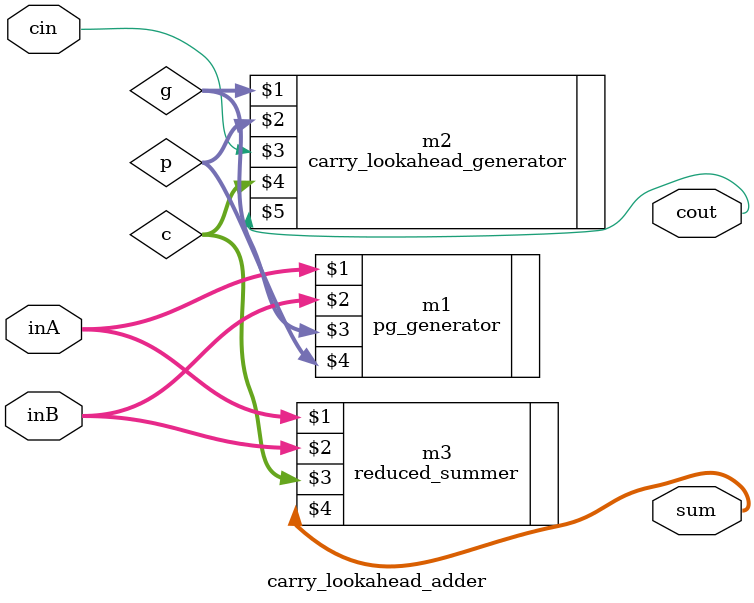
<source format=v>
module carry_lookahead_adder(inA, inB, cin, sum, cout
	);

	// Assign ports as in/out
	input [31:0] inA, inB;
	input cin;
	output [31:0] sum;
	output cout;

	// Module connections
	wire [31:0] g, p, c;

	pg_generator #(32)			m1(inA, inB, g, p);
	carry_lookahead_generator	m2(g, p, cin, c, cout);
	reduced_summer	#(32)			m3(inA, inB, c, sum);

endmodule

</source>
